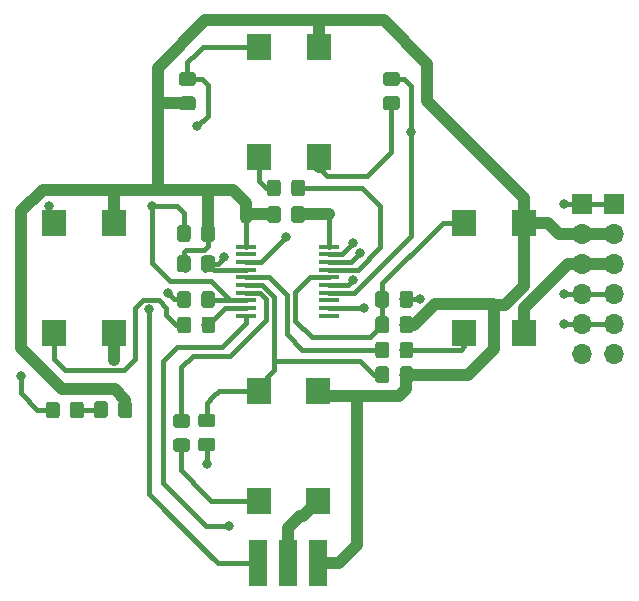
<source format=gtl>
G04 #@! TF.GenerationSoftware,KiCad,Pcbnew,(5.1.4)-1*
G04 #@! TF.CreationDate,2019-11-25T22:33:41+01:00*
G04 #@! TF.ProjectId,STEM,5354454d-2e6b-4696-9361-645f70636258,A*
G04 #@! TF.SameCoordinates,Original*
G04 #@! TF.FileFunction,Copper,L1,Top*
G04 #@! TF.FilePolarity,Positive*
%FSLAX46Y46*%
G04 Gerber Fmt 4.6, Leading zero omitted, Abs format (unit mm)*
G04 Created by KiCad (PCBNEW (5.1.4)-1) date 2019-11-25 22:33:41*
%MOMM*%
%LPD*%
G04 APERTURE LIST*
%ADD10O,1.700000X1.700000*%
%ADD11R,1.700000X1.700000*%
%ADD12R,2.025000X2.275000*%
%ADD13R,1.524000X4.000000*%
%ADD14C,0.100000*%
%ADD15C,1.150000*%
%ADD16R,1.800000X0.450000*%
%ADD17C,0.800000*%
%ADD18C,0.400000*%
%ADD19C,1.000000*%
G04 APERTURE END LIST*
D10*
X147420000Y-121448000D03*
X147420000Y-118908000D03*
X147420000Y-116368000D03*
X147420000Y-113828000D03*
X147420000Y-111288000D03*
D11*
X147420000Y-108748000D03*
D12*
X102663000Y-119666800D03*
X107738000Y-110342800D03*
X107738000Y-119666800D03*
X102663000Y-110342800D03*
X120001000Y-133874400D03*
X125076000Y-124550400D03*
X125076000Y-133874400D03*
X120001000Y-124550400D03*
X137426000Y-119672000D03*
X142501000Y-110348000D03*
X142501000Y-119672000D03*
X137426000Y-110348000D03*
X120025000Y-104776800D03*
X125100000Y-95452800D03*
X125100000Y-104776800D03*
X120025000Y-95452800D03*
D13*
X119960000Y-139158000D03*
X122500000Y-139158000D03*
X125040000Y-139158000D03*
D14*
G36*
X116087465Y-116135464D02*
G01*
X116111733Y-116139064D01*
X116135532Y-116145025D01*
X116158631Y-116153290D01*
X116180810Y-116163780D01*
X116201853Y-116176392D01*
X116221559Y-116191007D01*
X116239737Y-116207483D01*
X116256213Y-116225661D01*
X116270828Y-116245367D01*
X116283440Y-116266410D01*
X116293930Y-116288589D01*
X116302195Y-116311688D01*
X116308156Y-116335487D01*
X116311756Y-116359755D01*
X116312960Y-116384259D01*
X116312960Y-117284261D01*
X116311756Y-117308765D01*
X116308156Y-117333033D01*
X116302195Y-117356832D01*
X116293930Y-117379931D01*
X116283440Y-117402110D01*
X116270828Y-117423153D01*
X116256213Y-117442859D01*
X116239737Y-117461037D01*
X116221559Y-117477513D01*
X116201853Y-117492128D01*
X116180810Y-117504740D01*
X116158631Y-117515230D01*
X116135532Y-117523495D01*
X116111733Y-117529456D01*
X116087465Y-117533056D01*
X116062961Y-117534260D01*
X115412959Y-117534260D01*
X115388455Y-117533056D01*
X115364187Y-117529456D01*
X115340388Y-117523495D01*
X115317289Y-117515230D01*
X115295110Y-117504740D01*
X115274067Y-117492128D01*
X115254361Y-117477513D01*
X115236183Y-117461037D01*
X115219707Y-117442859D01*
X115205092Y-117423153D01*
X115192480Y-117402110D01*
X115181990Y-117379931D01*
X115173725Y-117356832D01*
X115167764Y-117333033D01*
X115164164Y-117308765D01*
X115162960Y-117284261D01*
X115162960Y-116384259D01*
X115164164Y-116359755D01*
X115167764Y-116335487D01*
X115173725Y-116311688D01*
X115181990Y-116288589D01*
X115192480Y-116266410D01*
X115205092Y-116245367D01*
X115219707Y-116225661D01*
X115236183Y-116207483D01*
X115254361Y-116191007D01*
X115274067Y-116176392D01*
X115295110Y-116163780D01*
X115317289Y-116153290D01*
X115340388Y-116145025D01*
X115364187Y-116139064D01*
X115388455Y-116135464D01*
X115412959Y-116134260D01*
X116062961Y-116134260D01*
X116087465Y-116135464D01*
X116087465Y-116135464D01*
G37*
D15*
X115737960Y-116834260D03*
D14*
G36*
X114037465Y-116135464D02*
G01*
X114061733Y-116139064D01*
X114085532Y-116145025D01*
X114108631Y-116153290D01*
X114130810Y-116163780D01*
X114151853Y-116176392D01*
X114171559Y-116191007D01*
X114189737Y-116207483D01*
X114206213Y-116225661D01*
X114220828Y-116245367D01*
X114233440Y-116266410D01*
X114243930Y-116288589D01*
X114252195Y-116311688D01*
X114258156Y-116335487D01*
X114261756Y-116359755D01*
X114262960Y-116384259D01*
X114262960Y-117284261D01*
X114261756Y-117308765D01*
X114258156Y-117333033D01*
X114252195Y-117356832D01*
X114243930Y-117379931D01*
X114233440Y-117402110D01*
X114220828Y-117423153D01*
X114206213Y-117442859D01*
X114189737Y-117461037D01*
X114171559Y-117477513D01*
X114151853Y-117492128D01*
X114130810Y-117504740D01*
X114108631Y-117515230D01*
X114085532Y-117523495D01*
X114061733Y-117529456D01*
X114037465Y-117533056D01*
X114012961Y-117534260D01*
X113362959Y-117534260D01*
X113338455Y-117533056D01*
X113314187Y-117529456D01*
X113290388Y-117523495D01*
X113267289Y-117515230D01*
X113245110Y-117504740D01*
X113224067Y-117492128D01*
X113204361Y-117477513D01*
X113186183Y-117461037D01*
X113169707Y-117442859D01*
X113155092Y-117423153D01*
X113142480Y-117402110D01*
X113131990Y-117379931D01*
X113123725Y-117356832D01*
X113117764Y-117333033D01*
X113114164Y-117308765D01*
X113112960Y-117284261D01*
X113112960Y-116384259D01*
X113114164Y-116359755D01*
X113117764Y-116335487D01*
X113123725Y-116311688D01*
X113131990Y-116288589D01*
X113142480Y-116266410D01*
X113155092Y-116245367D01*
X113169707Y-116225661D01*
X113186183Y-116207483D01*
X113204361Y-116191007D01*
X113224067Y-116176392D01*
X113245110Y-116163780D01*
X113267289Y-116153290D01*
X113290388Y-116145025D01*
X113314187Y-116139064D01*
X113338455Y-116135464D01*
X113362959Y-116134260D01*
X114012961Y-116134260D01*
X114037465Y-116135464D01*
X114037465Y-116135464D01*
G37*
D15*
X113687960Y-116834260D03*
D14*
G36*
X116079005Y-126505444D02*
G01*
X116103273Y-126509044D01*
X116127072Y-126515005D01*
X116150171Y-126523270D01*
X116172350Y-126533760D01*
X116193393Y-126546372D01*
X116213099Y-126560987D01*
X116231277Y-126577463D01*
X116247753Y-126595641D01*
X116262368Y-126615347D01*
X116274980Y-126636390D01*
X116285470Y-126658569D01*
X116293735Y-126681668D01*
X116299696Y-126705467D01*
X116303296Y-126729735D01*
X116304500Y-126754239D01*
X116304500Y-127404241D01*
X116303296Y-127428745D01*
X116299696Y-127453013D01*
X116293735Y-127476812D01*
X116285470Y-127499911D01*
X116274980Y-127522090D01*
X116262368Y-127543133D01*
X116247753Y-127562839D01*
X116231277Y-127581017D01*
X116213099Y-127597493D01*
X116193393Y-127612108D01*
X116172350Y-127624720D01*
X116150171Y-127635210D01*
X116127072Y-127643475D01*
X116103273Y-127649436D01*
X116079005Y-127653036D01*
X116054501Y-127654240D01*
X115154499Y-127654240D01*
X115129995Y-127653036D01*
X115105727Y-127649436D01*
X115081928Y-127643475D01*
X115058829Y-127635210D01*
X115036650Y-127624720D01*
X115015607Y-127612108D01*
X114995901Y-127597493D01*
X114977723Y-127581017D01*
X114961247Y-127562839D01*
X114946632Y-127543133D01*
X114934020Y-127522090D01*
X114923530Y-127499911D01*
X114915265Y-127476812D01*
X114909304Y-127453013D01*
X114905704Y-127428745D01*
X114904500Y-127404241D01*
X114904500Y-126754239D01*
X114905704Y-126729735D01*
X114909304Y-126705467D01*
X114915265Y-126681668D01*
X114923530Y-126658569D01*
X114934020Y-126636390D01*
X114946632Y-126615347D01*
X114961247Y-126595641D01*
X114977723Y-126577463D01*
X114995901Y-126560987D01*
X115015607Y-126546372D01*
X115036650Y-126533760D01*
X115058829Y-126523270D01*
X115081928Y-126515005D01*
X115105727Y-126509044D01*
X115129995Y-126505444D01*
X115154499Y-126504240D01*
X116054501Y-126504240D01*
X116079005Y-126505444D01*
X116079005Y-126505444D01*
G37*
D15*
X115604500Y-127079240D03*
D14*
G36*
X116079005Y-128555444D02*
G01*
X116103273Y-128559044D01*
X116127072Y-128565005D01*
X116150171Y-128573270D01*
X116172350Y-128583760D01*
X116193393Y-128596372D01*
X116213099Y-128610987D01*
X116231277Y-128627463D01*
X116247753Y-128645641D01*
X116262368Y-128665347D01*
X116274980Y-128686390D01*
X116285470Y-128708569D01*
X116293735Y-128731668D01*
X116299696Y-128755467D01*
X116303296Y-128779735D01*
X116304500Y-128804239D01*
X116304500Y-129454241D01*
X116303296Y-129478745D01*
X116299696Y-129503013D01*
X116293735Y-129526812D01*
X116285470Y-129549911D01*
X116274980Y-129572090D01*
X116262368Y-129593133D01*
X116247753Y-129612839D01*
X116231277Y-129631017D01*
X116213099Y-129647493D01*
X116193393Y-129662108D01*
X116172350Y-129674720D01*
X116150171Y-129685210D01*
X116127072Y-129693475D01*
X116103273Y-129699436D01*
X116079005Y-129703036D01*
X116054501Y-129704240D01*
X115154499Y-129704240D01*
X115129995Y-129703036D01*
X115105727Y-129699436D01*
X115081928Y-129693475D01*
X115058829Y-129685210D01*
X115036650Y-129674720D01*
X115015607Y-129662108D01*
X114995901Y-129647493D01*
X114977723Y-129631017D01*
X114961247Y-129612839D01*
X114946632Y-129593133D01*
X114934020Y-129572090D01*
X114923530Y-129549911D01*
X114915265Y-129526812D01*
X114909304Y-129503013D01*
X114905704Y-129478745D01*
X114904500Y-129454241D01*
X114904500Y-128804239D01*
X114905704Y-128779735D01*
X114909304Y-128755467D01*
X114915265Y-128731668D01*
X114923530Y-128708569D01*
X114934020Y-128686390D01*
X114946632Y-128665347D01*
X114961247Y-128645641D01*
X114977723Y-128627463D01*
X114995901Y-128610987D01*
X115015607Y-128596372D01*
X115036650Y-128583760D01*
X115058829Y-128573270D01*
X115081928Y-128565005D01*
X115105727Y-128559044D01*
X115129995Y-128555444D01*
X115154499Y-128554240D01*
X116054501Y-128554240D01*
X116079005Y-128555444D01*
X116079005Y-128555444D01*
G37*
D15*
X115604500Y-129129240D03*
D14*
G36*
X130812785Y-116125304D02*
G01*
X130837053Y-116128904D01*
X130860852Y-116134865D01*
X130883951Y-116143130D01*
X130906130Y-116153620D01*
X130927173Y-116166232D01*
X130946879Y-116180847D01*
X130965057Y-116197323D01*
X130981533Y-116215501D01*
X130996148Y-116235207D01*
X131008760Y-116256250D01*
X131019250Y-116278429D01*
X131027515Y-116301528D01*
X131033476Y-116325327D01*
X131037076Y-116349595D01*
X131038280Y-116374099D01*
X131038280Y-117274101D01*
X131037076Y-117298605D01*
X131033476Y-117322873D01*
X131027515Y-117346672D01*
X131019250Y-117369771D01*
X131008760Y-117391950D01*
X130996148Y-117412993D01*
X130981533Y-117432699D01*
X130965057Y-117450877D01*
X130946879Y-117467353D01*
X130927173Y-117481968D01*
X130906130Y-117494580D01*
X130883951Y-117505070D01*
X130860852Y-117513335D01*
X130837053Y-117519296D01*
X130812785Y-117522896D01*
X130788281Y-117524100D01*
X130138279Y-117524100D01*
X130113775Y-117522896D01*
X130089507Y-117519296D01*
X130065708Y-117513335D01*
X130042609Y-117505070D01*
X130020430Y-117494580D01*
X129999387Y-117481968D01*
X129979681Y-117467353D01*
X129961503Y-117450877D01*
X129945027Y-117432699D01*
X129930412Y-117412993D01*
X129917800Y-117391950D01*
X129907310Y-117369771D01*
X129899045Y-117346672D01*
X129893084Y-117322873D01*
X129889484Y-117298605D01*
X129888280Y-117274101D01*
X129888280Y-116374099D01*
X129889484Y-116349595D01*
X129893084Y-116325327D01*
X129899045Y-116301528D01*
X129907310Y-116278429D01*
X129917800Y-116256250D01*
X129930412Y-116235207D01*
X129945027Y-116215501D01*
X129961503Y-116197323D01*
X129979681Y-116180847D01*
X129999387Y-116166232D01*
X130020430Y-116153620D01*
X130042609Y-116143130D01*
X130065708Y-116134865D01*
X130089507Y-116128904D01*
X130113775Y-116125304D01*
X130138279Y-116124100D01*
X130788281Y-116124100D01*
X130812785Y-116125304D01*
X130812785Y-116125304D01*
G37*
D15*
X130463280Y-116824100D03*
D14*
G36*
X132862785Y-116125304D02*
G01*
X132887053Y-116128904D01*
X132910852Y-116134865D01*
X132933951Y-116143130D01*
X132956130Y-116153620D01*
X132977173Y-116166232D01*
X132996879Y-116180847D01*
X133015057Y-116197323D01*
X133031533Y-116215501D01*
X133046148Y-116235207D01*
X133058760Y-116256250D01*
X133069250Y-116278429D01*
X133077515Y-116301528D01*
X133083476Y-116325327D01*
X133087076Y-116349595D01*
X133088280Y-116374099D01*
X133088280Y-117274101D01*
X133087076Y-117298605D01*
X133083476Y-117322873D01*
X133077515Y-117346672D01*
X133069250Y-117369771D01*
X133058760Y-117391950D01*
X133046148Y-117412993D01*
X133031533Y-117432699D01*
X133015057Y-117450877D01*
X132996879Y-117467353D01*
X132977173Y-117481968D01*
X132956130Y-117494580D01*
X132933951Y-117505070D01*
X132910852Y-117513335D01*
X132887053Y-117519296D01*
X132862785Y-117522896D01*
X132838281Y-117524100D01*
X132188279Y-117524100D01*
X132163775Y-117522896D01*
X132139507Y-117519296D01*
X132115708Y-117513335D01*
X132092609Y-117505070D01*
X132070430Y-117494580D01*
X132049387Y-117481968D01*
X132029681Y-117467353D01*
X132011503Y-117450877D01*
X131995027Y-117432699D01*
X131980412Y-117412993D01*
X131967800Y-117391950D01*
X131957310Y-117369771D01*
X131949045Y-117346672D01*
X131943084Y-117322873D01*
X131939484Y-117298605D01*
X131938280Y-117274101D01*
X131938280Y-116374099D01*
X131939484Y-116349595D01*
X131943084Y-116325327D01*
X131949045Y-116301528D01*
X131957310Y-116278429D01*
X131967800Y-116256250D01*
X131980412Y-116235207D01*
X131995027Y-116215501D01*
X132011503Y-116197323D01*
X132029681Y-116180847D01*
X132049387Y-116166232D01*
X132070430Y-116153620D01*
X132092609Y-116143130D01*
X132115708Y-116134865D01*
X132139507Y-116128904D01*
X132163775Y-116125304D01*
X132188279Y-116124100D01*
X132838281Y-116124100D01*
X132862785Y-116125304D01*
X132862785Y-116125304D01*
G37*
D15*
X132513280Y-116824100D03*
D14*
G36*
X131720325Y-97590084D02*
G01*
X131744593Y-97593684D01*
X131768392Y-97599645D01*
X131791491Y-97607910D01*
X131813670Y-97618400D01*
X131834713Y-97631012D01*
X131854419Y-97645627D01*
X131872597Y-97662103D01*
X131889073Y-97680281D01*
X131903688Y-97699987D01*
X131916300Y-97721030D01*
X131926790Y-97743209D01*
X131935055Y-97766308D01*
X131941016Y-97790107D01*
X131944616Y-97814375D01*
X131945820Y-97838879D01*
X131945820Y-98488881D01*
X131944616Y-98513385D01*
X131941016Y-98537653D01*
X131935055Y-98561452D01*
X131926790Y-98584551D01*
X131916300Y-98606730D01*
X131903688Y-98627773D01*
X131889073Y-98647479D01*
X131872597Y-98665657D01*
X131854419Y-98682133D01*
X131834713Y-98696748D01*
X131813670Y-98709360D01*
X131791491Y-98719850D01*
X131768392Y-98728115D01*
X131744593Y-98734076D01*
X131720325Y-98737676D01*
X131695821Y-98738880D01*
X130795819Y-98738880D01*
X130771315Y-98737676D01*
X130747047Y-98734076D01*
X130723248Y-98728115D01*
X130700149Y-98719850D01*
X130677970Y-98709360D01*
X130656927Y-98696748D01*
X130637221Y-98682133D01*
X130619043Y-98665657D01*
X130602567Y-98647479D01*
X130587952Y-98627773D01*
X130575340Y-98606730D01*
X130564850Y-98584551D01*
X130556585Y-98561452D01*
X130550624Y-98537653D01*
X130547024Y-98513385D01*
X130545820Y-98488881D01*
X130545820Y-97838879D01*
X130547024Y-97814375D01*
X130550624Y-97790107D01*
X130556585Y-97766308D01*
X130564850Y-97743209D01*
X130575340Y-97721030D01*
X130587952Y-97699987D01*
X130602567Y-97680281D01*
X130619043Y-97662103D01*
X130637221Y-97645627D01*
X130656927Y-97631012D01*
X130677970Y-97618400D01*
X130700149Y-97607910D01*
X130723248Y-97599645D01*
X130747047Y-97593684D01*
X130771315Y-97590084D01*
X130795819Y-97588880D01*
X131695821Y-97588880D01*
X131720325Y-97590084D01*
X131720325Y-97590084D01*
G37*
D15*
X131245820Y-98163880D03*
D14*
G36*
X131720325Y-99640084D02*
G01*
X131744593Y-99643684D01*
X131768392Y-99649645D01*
X131791491Y-99657910D01*
X131813670Y-99668400D01*
X131834713Y-99681012D01*
X131854419Y-99695627D01*
X131872597Y-99712103D01*
X131889073Y-99730281D01*
X131903688Y-99749987D01*
X131916300Y-99771030D01*
X131926790Y-99793209D01*
X131935055Y-99816308D01*
X131941016Y-99840107D01*
X131944616Y-99864375D01*
X131945820Y-99888879D01*
X131945820Y-100538881D01*
X131944616Y-100563385D01*
X131941016Y-100587653D01*
X131935055Y-100611452D01*
X131926790Y-100634551D01*
X131916300Y-100656730D01*
X131903688Y-100677773D01*
X131889073Y-100697479D01*
X131872597Y-100715657D01*
X131854419Y-100732133D01*
X131834713Y-100746748D01*
X131813670Y-100759360D01*
X131791491Y-100769850D01*
X131768392Y-100778115D01*
X131744593Y-100784076D01*
X131720325Y-100787676D01*
X131695821Y-100788880D01*
X130795819Y-100788880D01*
X130771315Y-100787676D01*
X130747047Y-100784076D01*
X130723248Y-100778115D01*
X130700149Y-100769850D01*
X130677970Y-100759360D01*
X130656927Y-100746748D01*
X130637221Y-100732133D01*
X130619043Y-100715657D01*
X130602567Y-100697479D01*
X130587952Y-100677773D01*
X130575340Y-100656730D01*
X130564850Y-100634551D01*
X130556585Y-100611452D01*
X130550624Y-100587653D01*
X130547024Y-100563385D01*
X130545820Y-100538881D01*
X130545820Y-99888879D01*
X130547024Y-99864375D01*
X130550624Y-99840107D01*
X130556585Y-99816308D01*
X130564850Y-99793209D01*
X130575340Y-99771030D01*
X130587952Y-99749987D01*
X130602567Y-99730281D01*
X130619043Y-99712103D01*
X130637221Y-99695627D01*
X130656927Y-99681012D01*
X130677970Y-99668400D01*
X130700149Y-99657910D01*
X130723248Y-99649645D01*
X130747047Y-99643684D01*
X130771315Y-99640084D01*
X130795819Y-99638880D01*
X131695821Y-99638880D01*
X131720325Y-99640084D01*
X131720325Y-99640084D01*
G37*
D15*
X131245820Y-100213880D03*
D14*
G36*
X104974505Y-125499204D02*
G01*
X104998773Y-125502804D01*
X105022572Y-125508765D01*
X105045671Y-125517030D01*
X105067850Y-125527520D01*
X105088893Y-125540132D01*
X105108599Y-125554747D01*
X105126777Y-125571223D01*
X105143253Y-125589401D01*
X105157868Y-125609107D01*
X105170480Y-125630150D01*
X105180970Y-125652329D01*
X105189235Y-125675428D01*
X105195196Y-125699227D01*
X105198796Y-125723495D01*
X105200000Y-125747999D01*
X105200000Y-126648001D01*
X105198796Y-126672505D01*
X105195196Y-126696773D01*
X105189235Y-126720572D01*
X105180970Y-126743671D01*
X105170480Y-126765850D01*
X105157868Y-126786893D01*
X105143253Y-126806599D01*
X105126777Y-126824777D01*
X105108599Y-126841253D01*
X105088893Y-126855868D01*
X105067850Y-126868480D01*
X105045671Y-126878970D01*
X105022572Y-126887235D01*
X104998773Y-126893196D01*
X104974505Y-126896796D01*
X104950001Y-126898000D01*
X104299999Y-126898000D01*
X104275495Y-126896796D01*
X104251227Y-126893196D01*
X104227428Y-126887235D01*
X104204329Y-126878970D01*
X104182150Y-126868480D01*
X104161107Y-126855868D01*
X104141401Y-126841253D01*
X104123223Y-126824777D01*
X104106747Y-126806599D01*
X104092132Y-126786893D01*
X104079520Y-126765850D01*
X104069030Y-126743671D01*
X104060765Y-126720572D01*
X104054804Y-126696773D01*
X104051204Y-126672505D01*
X104050000Y-126648001D01*
X104050000Y-125747999D01*
X104051204Y-125723495D01*
X104054804Y-125699227D01*
X104060765Y-125675428D01*
X104069030Y-125652329D01*
X104079520Y-125630150D01*
X104092132Y-125609107D01*
X104106747Y-125589401D01*
X104123223Y-125571223D01*
X104141401Y-125554747D01*
X104161107Y-125540132D01*
X104182150Y-125527520D01*
X104204329Y-125517030D01*
X104227428Y-125508765D01*
X104251227Y-125502804D01*
X104275495Y-125499204D01*
X104299999Y-125498000D01*
X104950001Y-125498000D01*
X104974505Y-125499204D01*
X104974505Y-125499204D01*
G37*
D15*
X104625000Y-126198000D03*
D14*
G36*
X102924505Y-125499204D02*
G01*
X102948773Y-125502804D01*
X102972572Y-125508765D01*
X102995671Y-125517030D01*
X103017850Y-125527520D01*
X103038893Y-125540132D01*
X103058599Y-125554747D01*
X103076777Y-125571223D01*
X103093253Y-125589401D01*
X103107868Y-125609107D01*
X103120480Y-125630150D01*
X103130970Y-125652329D01*
X103139235Y-125675428D01*
X103145196Y-125699227D01*
X103148796Y-125723495D01*
X103150000Y-125747999D01*
X103150000Y-126648001D01*
X103148796Y-126672505D01*
X103145196Y-126696773D01*
X103139235Y-126720572D01*
X103130970Y-126743671D01*
X103120480Y-126765850D01*
X103107868Y-126786893D01*
X103093253Y-126806599D01*
X103076777Y-126824777D01*
X103058599Y-126841253D01*
X103038893Y-126855868D01*
X103017850Y-126868480D01*
X102995671Y-126878970D01*
X102972572Y-126887235D01*
X102948773Y-126893196D01*
X102924505Y-126896796D01*
X102900001Y-126898000D01*
X102249999Y-126898000D01*
X102225495Y-126896796D01*
X102201227Y-126893196D01*
X102177428Y-126887235D01*
X102154329Y-126878970D01*
X102132150Y-126868480D01*
X102111107Y-126855868D01*
X102091401Y-126841253D01*
X102073223Y-126824777D01*
X102056747Y-126806599D01*
X102042132Y-126786893D01*
X102029520Y-126765850D01*
X102019030Y-126743671D01*
X102010765Y-126720572D01*
X102004804Y-126696773D01*
X102001204Y-126672505D01*
X102000000Y-126648001D01*
X102000000Y-125747999D01*
X102001204Y-125723495D01*
X102004804Y-125699227D01*
X102010765Y-125675428D01*
X102019030Y-125652329D01*
X102029520Y-125630150D01*
X102042132Y-125609107D01*
X102056747Y-125589401D01*
X102073223Y-125571223D01*
X102091401Y-125554747D01*
X102111107Y-125540132D01*
X102132150Y-125527520D01*
X102154329Y-125517030D01*
X102177428Y-125508765D01*
X102201227Y-125502804D01*
X102225495Y-125499204D01*
X102249999Y-125498000D01*
X102900001Y-125498000D01*
X102924505Y-125499204D01*
X102924505Y-125499204D01*
G37*
D15*
X102575000Y-126198000D03*
D14*
G36*
X109054505Y-125469204D02*
G01*
X109078773Y-125472804D01*
X109102572Y-125478765D01*
X109125671Y-125487030D01*
X109147850Y-125497520D01*
X109168893Y-125510132D01*
X109188599Y-125524747D01*
X109206777Y-125541223D01*
X109223253Y-125559401D01*
X109237868Y-125579107D01*
X109250480Y-125600150D01*
X109260970Y-125622329D01*
X109269235Y-125645428D01*
X109275196Y-125669227D01*
X109278796Y-125693495D01*
X109280000Y-125717999D01*
X109280000Y-126618001D01*
X109278796Y-126642505D01*
X109275196Y-126666773D01*
X109269235Y-126690572D01*
X109260970Y-126713671D01*
X109250480Y-126735850D01*
X109237868Y-126756893D01*
X109223253Y-126776599D01*
X109206777Y-126794777D01*
X109188599Y-126811253D01*
X109168893Y-126825868D01*
X109147850Y-126838480D01*
X109125671Y-126848970D01*
X109102572Y-126857235D01*
X109078773Y-126863196D01*
X109054505Y-126866796D01*
X109030001Y-126868000D01*
X108379999Y-126868000D01*
X108355495Y-126866796D01*
X108331227Y-126863196D01*
X108307428Y-126857235D01*
X108284329Y-126848970D01*
X108262150Y-126838480D01*
X108241107Y-126825868D01*
X108221401Y-126811253D01*
X108203223Y-126794777D01*
X108186747Y-126776599D01*
X108172132Y-126756893D01*
X108159520Y-126735850D01*
X108149030Y-126713671D01*
X108140765Y-126690572D01*
X108134804Y-126666773D01*
X108131204Y-126642505D01*
X108130000Y-126618001D01*
X108130000Y-125717999D01*
X108131204Y-125693495D01*
X108134804Y-125669227D01*
X108140765Y-125645428D01*
X108149030Y-125622329D01*
X108159520Y-125600150D01*
X108172132Y-125579107D01*
X108186747Y-125559401D01*
X108203223Y-125541223D01*
X108221401Y-125524747D01*
X108241107Y-125510132D01*
X108262150Y-125497520D01*
X108284329Y-125487030D01*
X108307428Y-125478765D01*
X108331227Y-125472804D01*
X108355495Y-125469204D01*
X108379999Y-125468000D01*
X109030001Y-125468000D01*
X109054505Y-125469204D01*
X109054505Y-125469204D01*
G37*
D15*
X108705000Y-126168000D03*
D14*
G36*
X107004505Y-125469204D02*
G01*
X107028773Y-125472804D01*
X107052572Y-125478765D01*
X107075671Y-125487030D01*
X107097850Y-125497520D01*
X107118893Y-125510132D01*
X107138599Y-125524747D01*
X107156777Y-125541223D01*
X107173253Y-125559401D01*
X107187868Y-125579107D01*
X107200480Y-125600150D01*
X107210970Y-125622329D01*
X107219235Y-125645428D01*
X107225196Y-125669227D01*
X107228796Y-125693495D01*
X107230000Y-125717999D01*
X107230000Y-126618001D01*
X107228796Y-126642505D01*
X107225196Y-126666773D01*
X107219235Y-126690572D01*
X107210970Y-126713671D01*
X107200480Y-126735850D01*
X107187868Y-126756893D01*
X107173253Y-126776599D01*
X107156777Y-126794777D01*
X107138599Y-126811253D01*
X107118893Y-126825868D01*
X107097850Y-126838480D01*
X107075671Y-126848970D01*
X107052572Y-126857235D01*
X107028773Y-126863196D01*
X107004505Y-126866796D01*
X106980001Y-126868000D01*
X106329999Y-126868000D01*
X106305495Y-126866796D01*
X106281227Y-126863196D01*
X106257428Y-126857235D01*
X106234329Y-126848970D01*
X106212150Y-126838480D01*
X106191107Y-126825868D01*
X106171401Y-126811253D01*
X106153223Y-126794777D01*
X106136747Y-126776599D01*
X106122132Y-126756893D01*
X106109520Y-126735850D01*
X106099030Y-126713671D01*
X106090765Y-126690572D01*
X106084804Y-126666773D01*
X106081204Y-126642505D01*
X106080000Y-126618001D01*
X106080000Y-125717999D01*
X106081204Y-125693495D01*
X106084804Y-125669227D01*
X106090765Y-125645428D01*
X106099030Y-125622329D01*
X106109520Y-125600150D01*
X106122132Y-125579107D01*
X106136747Y-125559401D01*
X106153223Y-125541223D01*
X106171401Y-125524747D01*
X106191107Y-125510132D01*
X106212150Y-125497520D01*
X106234329Y-125487030D01*
X106257428Y-125478765D01*
X106281227Y-125472804D01*
X106305495Y-125469204D01*
X106329999Y-125468000D01*
X106980001Y-125468000D01*
X107004505Y-125469204D01*
X107004505Y-125469204D01*
G37*
D15*
X106655000Y-126168000D03*
D14*
G36*
X114049505Y-118289604D02*
G01*
X114073773Y-118293204D01*
X114097572Y-118299165D01*
X114120671Y-118307430D01*
X114142850Y-118317920D01*
X114163893Y-118330532D01*
X114183599Y-118345147D01*
X114201777Y-118361623D01*
X114218253Y-118379801D01*
X114232868Y-118399507D01*
X114245480Y-118420550D01*
X114255970Y-118442729D01*
X114264235Y-118465828D01*
X114270196Y-118489627D01*
X114273796Y-118513895D01*
X114275000Y-118538399D01*
X114275000Y-119438401D01*
X114273796Y-119462905D01*
X114270196Y-119487173D01*
X114264235Y-119510972D01*
X114255970Y-119534071D01*
X114245480Y-119556250D01*
X114232868Y-119577293D01*
X114218253Y-119596999D01*
X114201777Y-119615177D01*
X114183599Y-119631653D01*
X114163893Y-119646268D01*
X114142850Y-119658880D01*
X114120671Y-119669370D01*
X114097572Y-119677635D01*
X114073773Y-119683596D01*
X114049505Y-119687196D01*
X114025001Y-119688400D01*
X113374999Y-119688400D01*
X113350495Y-119687196D01*
X113326227Y-119683596D01*
X113302428Y-119677635D01*
X113279329Y-119669370D01*
X113257150Y-119658880D01*
X113236107Y-119646268D01*
X113216401Y-119631653D01*
X113198223Y-119615177D01*
X113181747Y-119596999D01*
X113167132Y-119577293D01*
X113154520Y-119556250D01*
X113144030Y-119534071D01*
X113135765Y-119510972D01*
X113129804Y-119487173D01*
X113126204Y-119462905D01*
X113125000Y-119438401D01*
X113125000Y-118538399D01*
X113126204Y-118513895D01*
X113129804Y-118489627D01*
X113135765Y-118465828D01*
X113144030Y-118442729D01*
X113154520Y-118420550D01*
X113167132Y-118399507D01*
X113181747Y-118379801D01*
X113198223Y-118361623D01*
X113216401Y-118345147D01*
X113236107Y-118330532D01*
X113257150Y-118317920D01*
X113279329Y-118307430D01*
X113302428Y-118299165D01*
X113326227Y-118293204D01*
X113350495Y-118289604D01*
X113374999Y-118288400D01*
X114025001Y-118288400D01*
X114049505Y-118289604D01*
X114049505Y-118289604D01*
G37*
D15*
X113700000Y-118988400D03*
D14*
G36*
X116099505Y-118289604D02*
G01*
X116123773Y-118293204D01*
X116147572Y-118299165D01*
X116170671Y-118307430D01*
X116192850Y-118317920D01*
X116213893Y-118330532D01*
X116233599Y-118345147D01*
X116251777Y-118361623D01*
X116268253Y-118379801D01*
X116282868Y-118399507D01*
X116295480Y-118420550D01*
X116305970Y-118442729D01*
X116314235Y-118465828D01*
X116320196Y-118489627D01*
X116323796Y-118513895D01*
X116325000Y-118538399D01*
X116325000Y-119438401D01*
X116323796Y-119462905D01*
X116320196Y-119487173D01*
X116314235Y-119510972D01*
X116305970Y-119534071D01*
X116295480Y-119556250D01*
X116282868Y-119577293D01*
X116268253Y-119596999D01*
X116251777Y-119615177D01*
X116233599Y-119631653D01*
X116213893Y-119646268D01*
X116192850Y-119658880D01*
X116170671Y-119669370D01*
X116147572Y-119677635D01*
X116123773Y-119683596D01*
X116099505Y-119687196D01*
X116075001Y-119688400D01*
X115424999Y-119688400D01*
X115400495Y-119687196D01*
X115376227Y-119683596D01*
X115352428Y-119677635D01*
X115329329Y-119669370D01*
X115307150Y-119658880D01*
X115286107Y-119646268D01*
X115266401Y-119631653D01*
X115248223Y-119615177D01*
X115231747Y-119596999D01*
X115217132Y-119577293D01*
X115204520Y-119556250D01*
X115194030Y-119534071D01*
X115185765Y-119510972D01*
X115179804Y-119487173D01*
X115176204Y-119462905D01*
X115175000Y-119438401D01*
X115175000Y-118538399D01*
X115176204Y-118513895D01*
X115179804Y-118489627D01*
X115185765Y-118465828D01*
X115194030Y-118442729D01*
X115204520Y-118420550D01*
X115217132Y-118399507D01*
X115231747Y-118379801D01*
X115248223Y-118361623D01*
X115266401Y-118345147D01*
X115286107Y-118330532D01*
X115307150Y-118317920D01*
X115329329Y-118307430D01*
X115352428Y-118299165D01*
X115376227Y-118293204D01*
X115400495Y-118289604D01*
X115424999Y-118288400D01*
X116075001Y-118288400D01*
X116099505Y-118289604D01*
X116099505Y-118289604D01*
G37*
D15*
X115750000Y-118988400D03*
D14*
G36*
X114024505Y-110539204D02*
G01*
X114048773Y-110542804D01*
X114072572Y-110548765D01*
X114095671Y-110557030D01*
X114117850Y-110567520D01*
X114138893Y-110580132D01*
X114158599Y-110594747D01*
X114176777Y-110611223D01*
X114193253Y-110629401D01*
X114207868Y-110649107D01*
X114220480Y-110670150D01*
X114230970Y-110692329D01*
X114239235Y-110715428D01*
X114245196Y-110739227D01*
X114248796Y-110763495D01*
X114250000Y-110787999D01*
X114250000Y-111688001D01*
X114248796Y-111712505D01*
X114245196Y-111736773D01*
X114239235Y-111760572D01*
X114230970Y-111783671D01*
X114220480Y-111805850D01*
X114207868Y-111826893D01*
X114193253Y-111846599D01*
X114176777Y-111864777D01*
X114158599Y-111881253D01*
X114138893Y-111895868D01*
X114117850Y-111908480D01*
X114095671Y-111918970D01*
X114072572Y-111927235D01*
X114048773Y-111933196D01*
X114024505Y-111936796D01*
X114000001Y-111938000D01*
X113349999Y-111938000D01*
X113325495Y-111936796D01*
X113301227Y-111933196D01*
X113277428Y-111927235D01*
X113254329Y-111918970D01*
X113232150Y-111908480D01*
X113211107Y-111895868D01*
X113191401Y-111881253D01*
X113173223Y-111864777D01*
X113156747Y-111846599D01*
X113142132Y-111826893D01*
X113129520Y-111805850D01*
X113119030Y-111783671D01*
X113110765Y-111760572D01*
X113104804Y-111736773D01*
X113101204Y-111712505D01*
X113100000Y-111688001D01*
X113100000Y-110787999D01*
X113101204Y-110763495D01*
X113104804Y-110739227D01*
X113110765Y-110715428D01*
X113119030Y-110692329D01*
X113129520Y-110670150D01*
X113142132Y-110649107D01*
X113156747Y-110629401D01*
X113173223Y-110611223D01*
X113191401Y-110594747D01*
X113211107Y-110580132D01*
X113232150Y-110567520D01*
X113254329Y-110557030D01*
X113277428Y-110548765D01*
X113301227Y-110542804D01*
X113325495Y-110539204D01*
X113349999Y-110538000D01*
X114000001Y-110538000D01*
X114024505Y-110539204D01*
X114024505Y-110539204D01*
G37*
D15*
X113675000Y-111238000D03*
D14*
G36*
X116074505Y-110539204D02*
G01*
X116098773Y-110542804D01*
X116122572Y-110548765D01*
X116145671Y-110557030D01*
X116167850Y-110567520D01*
X116188893Y-110580132D01*
X116208599Y-110594747D01*
X116226777Y-110611223D01*
X116243253Y-110629401D01*
X116257868Y-110649107D01*
X116270480Y-110670150D01*
X116280970Y-110692329D01*
X116289235Y-110715428D01*
X116295196Y-110739227D01*
X116298796Y-110763495D01*
X116300000Y-110787999D01*
X116300000Y-111688001D01*
X116298796Y-111712505D01*
X116295196Y-111736773D01*
X116289235Y-111760572D01*
X116280970Y-111783671D01*
X116270480Y-111805850D01*
X116257868Y-111826893D01*
X116243253Y-111846599D01*
X116226777Y-111864777D01*
X116208599Y-111881253D01*
X116188893Y-111895868D01*
X116167850Y-111908480D01*
X116145671Y-111918970D01*
X116122572Y-111927235D01*
X116098773Y-111933196D01*
X116074505Y-111936796D01*
X116050001Y-111938000D01*
X115399999Y-111938000D01*
X115375495Y-111936796D01*
X115351227Y-111933196D01*
X115327428Y-111927235D01*
X115304329Y-111918970D01*
X115282150Y-111908480D01*
X115261107Y-111895868D01*
X115241401Y-111881253D01*
X115223223Y-111864777D01*
X115206747Y-111846599D01*
X115192132Y-111826893D01*
X115179520Y-111805850D01*
X115169030Y-111783671D01*
X115160765Y-111760572D01*
X115154804Y-111736773D01*
X115151204Y-111712505D01*
X115150000Y-111688001D01*
X115150000Y-110787999D01*
X115151204Y-110763495D01*
X115154804Y-110739227D01*
X115160765Y-110715428D01*
X115169030Y-110692329D01*
X115179520Y-110670150D01*
X115192132Y-110649107D01*
X115206747Y-110629401D01*
X115223223Y-110611223D01*
X115241401Y-110594747D01*
X115261107Y-110580132D01*
X115282150Y-110567520D01*
X115304329Y-110557030D01*
X115327428Y-110548765D01*
X115351227Y-110542804D01*
X115375495Y-110539204D01*
X115399999Y-110538000D01*
X116050001Y-110538000D01*
X116074505Y-110539204D01*
X116074505Y-110539204D01*
G37*
D15*
X115725000Y-111238000D03*
D14*
G36*
X113950485Y-128603704D02*
G01*
X113974753Y-128607304D01*
X113998552Y-128613265D01*
X114021651Y-128621530D01*
X114043830Y-128632020D01*
X114064873Y-128644632D01*
X114084579Y-128659247D01*
X114102757Y-128675723D01*
X114119233Y-128693901D01*
X114133848Y-128713607D01*
X114146460Y-128734650D01*
X114156950Y-128756829D01*
X114165215Y-128779928D01*
X114171176Y-128803727D01*
X114174776Y-128827995D01*
X114175980Y-128852499D01*
X114175980Y-129502501D01*
X114174776Y-129527005D01*
X114171176Y-129551273D01*
X114165215Y-129575072D01*
X114156950Y-129598171D01*
X114146460Y-129620350D01*
X114133848Y-129641393D01*
X114119233Y-129661099D01*
X114102757Y-129679277D01*
X114084579Y-129695753D01*
X114064873Y-129710368D01*
X114043830Y-129722980D01*
X114021651Y-129733470D01*
X113998552Y-129741735D01*
X113974753Y-129747696D01*
X113950485Y-129751296D01*
X113925981Y-129752500D01*
X113025979Y-129752500D01*
X113001475Y-129751296D01*
X112977207Y-129747696D01*
X112953408Y-129741735D01*
X112930309Y-129733470D01*
X112908130Y-129722980D01*
X112887087Y-129710368D01*
X112867381Y-129695753D01*
X112849203Y-129679277D01*
X112832727Y-129661099D01*
X112818112Y-129641393D01*
X112805500Y-129620350D01*
X112795010Y-129598171D01*
X112786745Y-129575072D01*
X112780784Y-129551273D01*
X112777184Y-129527005D01*
X112775980Y-129502501D01*
X112775980Y-128852499D01*
X112777184Y-128827995D01*
X112780784Y-128803727D01*
X112786745Y-128779928D01*
X112795010Y-128756829D01*
X112805500Y-128734650D01*
X112818112Y-128713607D01*
X112832727Y-128693901D01*
X112849203Y-128675723D01*
X112867381Y-128659247D01*
X112887087Y-128644632D01*
X112908130Y-128632020D01*
X112930309Y-128621530D01*
X112953408Y-128613265D01*
X112977207Y-128607304D01*
X113001475Y-128603704D01*
X113025979Y-128602500D01*
X113925981Y-128602500D01*
X113950485Y-128603704D01*
X113950485Y-128603704D01*
G37*
D15*
X113475980Y-129177500D03*
D14*
G36*
X113950485Y-126553704D02*
G01*
X113974753Y-126557304D01*
X113998552Y-126563265D01*
X114021651Y-126571530D01*
X114043830Y-126582020D01*
X114064873Y-126594632D01*
X114084579Y-126609247D01*
X114102757Y-126625723D01*
X114119233Y-126643901D01*
X114133848Y-126663607D01*
X114146460Y-126684650D01*
X114156950Y-126706829D01*
X114165215Y-126729928D01*
X114171176Y-126753727D01*
X114174776Y-126777995D01*
X114175980Y-126802499D01*
X114175980Y-127452501D01*
X114174776Y-127477005D01*
X114171176Y-127501273D01*
X114165215Y-127525072D01*
X114156950Y-127548171D01*
X114146460Y-127570350D01*
X114133848Y-127591393D01*
X114119233Y-127611099D01*
X114102757Y-127629277D01*
X114084579Y-127645753D01*
X114064873Y-127660368D01*
X114043830Y-127672980D01*
X114021651Y-127683470D01*
X113998552Y-127691735D01*
X113974753Y-127697696D01*
X113950485Y-127701296D01*
X113925981Y-127702500D01*
X113025979Y-127702500D01*
X113001475Y-127701296D01*
X112977207Y-127697696D01*
X112953408Y-127691735D01*
X112930309Y-127683470D01*
X112908130Y-127672980D01*
X112887087Y-127660368D01*
X112867381Y-127645753D01*
X112849203Y-127629277D01*
X112832727Y-127611099D01*
X112818112Y-127591393D01*
X112805500Y-127570350D01*
X112795010Y-127548171D01*
X112786745Y-127525072D01*
X112780784Y-127501273D01*
X112777184Y-127477005D01*
X112775980Y-127452501D01*
X112775980Y-126802499D01*
X112777184Y-126777995D01*
X112780784Y-126753727D01*
X112786745Y-126729928D01*
X112795010Y-126706829D01*
X112805500Y-126684650D01*
X112818112Y-126663607D01*
X112832727Y-126643901D01*
X112849203Y-126625723D01*
X112867381Y-126609247D01*
X112887087Y-126594632D01*
X112908130Y-126582020D01*
X112930309Y-126571530D01*
X112953408Y-126563265D01*
X112977207Y-126557304D01*
X113001475Y-126553704D01*
X113025979Y-126552500D01*
X113925981Y-126552500D01*
X113950485Y-126553704D01*
X113950485Y-126553704D01*
G37*
D15*
X113475980Y-127127500D03*
D14*
G36*
X130821785Y-122510864D02*
G01*
X130846053Y-122514464D01*
X130869852Y-122520425D01*
X130892951Y-122528690D01*
X130915130Y-122539180D01*
X130936173Y-122551792D01*
X130955879Y-122566407D01*
X130974057Y-122582883D01*
X130990533Y-122601061D01*
X131005148Y-122620767D01*
X131017760Y-122641810D01*
X131028250Y-122663989D01*
X131036515Y-122687088D01*
X131042476Y-122710887D01*
X131046076Y-122735155D01*
X131047280Y-122759659D01*
X131047280Y-123659661D01*
X131046076Y-123684165D01*
X131042476Y-123708433D01*
X131036515Y-123732232D01*
X131028250Y-123755331D01*
X131017760Y-123777510D01*
X131005148Y-123798553D01*
X130990533Y-123818259D01*
X130974057Y-123836437D01*
X130955879Y-123852913D01*
X130936173Y-123867528D01*
X130915130Y-123880140D01*
X130892951Y-123890630D01*
X130869852Y-123898895D01*
X130846053Y-123904856D01*
X130821785Y-123908456D01*
X130797281Y-123909660D01*
X130147279Y-123909660D01*
X130122775Y-123908456D01*
X130098507Y-123904856D01*
X130074708Y-123898895D01*
X130051609Y-123890630D01*
X130029430Y-123880140D01*
X130008387Y-123867528D01*
X129988681Y-123852913D01*
X129970503Y-123836437D01*
X129954027Y-123818259D01*
X129939412Y-123798553D01*
X129926800Y-123777510D01*
X129916310Y-123755331D01*
X129908045Y-123732232D01*
X129902084Y-123708433D01*
X129898484Y-123684165D01*
X129897280Y-123659661D01*
X129897280Y-122759659D01*
X129898484Y-122735155D01*
X129902084Y-122710887D01*
X129908045Y-122687088D01*
X129916310Y-122663989D01*
X129926800Y-122641810D01*
X129939412Y-122620767D01*
X129954027Y-122601061D01*
X129970503Y-122582883D01*
X129988681Y-122566407D01*
X130008387Y-122551792D01*
X130029430Y-122539180D01*
X130051609Y-122528690D01*
X130074708Y-122520425D01*
X130098507Y-122514464D01*
X130122775Y-122510864D01*
X130147279Y-122509660D01*
X130797281Y-122509660D01*
X130821785Y-122510864D01*
X130821785Y-122510864D01*
G37*
D15*
X130472280Y-123209660D03*
D14*
G36*
X132871785Y-122510864D02*
G01*
X132896053Y-122514464D01*
X132919852Y-122520425D01*
X132942951Y-122528690D01*
X132965130Y-122539180D01*
X132986173Y-122551792D01*
X133005879Y-122566407D01*
X133024057Y-122582883D01*
X133040533Y-122601061D01*
X133055148Y-122620767D01*
X133067760Y-122641810D01*
X133078250Y-122663989D01*
X133086515Y-122687088D01*
X133092476Y-122710887D01*
X133096076Y-122735155D01*
X133097280Y-122759659D01*
X133097280Y-123659661D01*
X133096076Y-123684165D01*
X133092476Y-123708433D01*
X133086515Y-123732232D01*
X133078250Y-123755331D01*
X133067760Y-123777510D01*
X133055148Y-123798553D01*
X133040533Y-123818259D01*
X133024057Y-123836437D01*
X133005879Y-123852913D01*
X132986173Y-123867528D01*
X132965130Y-123880140D01*
X132942951Y-123890630D01*
X132919852Y-123898895D01*
X132896053Y-123904856D01*
X132871785Y-123908456D01*
X132847281Y-123909660D01*
X132197279Y-123909660D01*
X132172775Y-123908456D01*
X132148507Y-123904856D01*
X132124708Y-123898895D01*
X132101609Y-123890630D01*
X132079430Y-123880140D01*
X132058387Y-123867528D01*
X132038681Y-123852913D01*
X132020503Y-123836437D01*
X132004027Y-123818259D01*
X131989412Y-123798553D01*
X131976800Y-123777510D01*
X131966310Y-123755331D01*
X131958045Y-123732232D01*
X131952084Y-123708433D01*
X131948484Y-123684165D01*
X131947280Y-123659661D01*
X131947280Y-122759659D01*
X131948484Y-122735155D01*
X131952084Y-122710887D01*
X131958045Y-122687088D01*
X131966310Y-122663989D01*
X131976800Y-122641810D01*
X131989412Y-122620767D01*
X132004027Y-122601061D01*
X132020503Y-122582883D01*
X132038681Y-122566407D01*
X132058387Y-122551792D01*
X132079430Y-122539180D01*
X132101609Y-122528690D01*
X132124708Y-122520425D01*
X132148507Y-122514464D01*
X132172775Y-122510864D01*
X132197279Y-122509660D01*
X132847281Y-122509660D01*
X132871785Y-122510864D01*
X132871785Y-122510864D01*
G37*
D15*
X132522280Y-123209660D03*
D14*
G36*
X132860245Y-120417904D02*
G01*
X132884513Y-120421504D01*
X132908312Y-120427465D01*
X132931411Y-120435730D01*
X132953590Y-120446220D01*
X132974633Y-120458832D01*
X132994339Y-120473447D01*
X133012517Y-120489923D01*
X133028993Y-120508101D01*
X133043608Y-120527807D01*
X133056220Y-120548850D01*
X133066710Y-120571029D01*
X133074975Y-120594128D01*
X133080936Y-120617927D01*
X133084536Y-120642195D01*
X133085740Y-120666699D01*
X133085740Y-121566701D01*
X133084536Y-121591205D01*
X133080936Y-121615473D01*
X133074975Y-121639272D01*
X133066710Y-121662371D01*
X133056220Y-121684550D01*
X133043608Y-121705593D01*
X133028993Y-121725299D01*
X133012517Y-121743477D01*
X132994339Y-121759953D01*
X132974633Y-121774568D01*
X132953590Y-121787180D01*
X132931411Y-121797670D01*
X132908312Y-121805935D01*
X132884513Y-121811896D01*
X132860245Y-121815496D01*
X132835741Y-121816700D01*
X132185739Y-121816700D01*
X132161235Y-121815496D01*
X132136967Y-121811896D01*
X132113168Y-121805935D01*
X132090069Y-121797670D01*
X132067890Y-121787180D01*
X132046847Y-121774568D01*
X132027141Y-121759953D01*
X132008963Y-121743477D01*
X131992487Y-121725299D01*
X131977872Y-121705593D01*
X131965260Y-121684550D01*
X131954770Y-121662371D01*
X131946505Y-121639272D01*
X131940544Y-121615473D01*
X131936944Y-121591205D01*
X131935740Y-121566701D01*
X131935740Y-120666699D01*
X131936944Y-120642195D01*
X131940544Y-120617927D01*
X131946505Y-120594128D01*
X131954770Y-120571029D01*
X131965260Y-120548850D01*
X131977872Y-120527807D01*
X131992487Y-120508101D01*
X132008963Y-120489923D01*
X132027141Y-120473447D01*
X132046847Y-120458832D01*
X132067890Y-120446220D01*
X132090069Y-120435730D01*
X132113168Y-120427465D01*
X132136967Y-120421504D01*
X132161235Y-120417904D01*
X132185739Y-120416700D01*
X132835741Y-120416700D01*
X132860245Y-120417904D01*
X132860245Y-120417904D01*
G37*
D15*
X132510740Y-121116700D03*
D14*
G36*
X130810245Y-120417904D02*
G01*
X130834513Y-120421504D01*
X130858312Y-120427465D01*
X130881411Y-120435730D01*
X130903590Y-120446220D01*
X130924633Y-120458832D01*
X130944339Y-120473447D01*
X130962517Y-120489923D01*
X130978993Y-120508101D01*
X130993608Y-120527807D01*
X131006220Y-120548850D01*
X131016710Y-120571029D01*
X131024975Y-120594128D01*
X131030936Y-120617927D01*
X131034536Y-120642195D01*
X131035740Y-120666699D01*
X131035740Y-121566701D01*
X131034536Y-121591205D01*
X131030936Y-121615473D01*
X131024975Y-121639272D01*
X131016710Y-121662371D01*
X131006220Y-121684550D01*
X130993608Y-121705593D01*
X130978993Y-121725299D01*
X130962517Y-121743477D01*
X130944339Y-121759953D01*
X130924633Y-121774568D01*
X130903590Y-121787180D01*
X130881411Y-121797670D01*
X130858312Y-121805935D01*
X130834513Y-121811896D01*
X130810245Y-121815496D01*
X130785741Y-121816700D01*
X130135739Y-121816700D01*
X130111235Y-121815496D01*
X130086967Y-121811896D01*
X130063168Y-121805935D01*
X130040069Y-121797670D01*
X130017890Y-121787180D01*
X129996847Y-121774568D01*
X129977141Y-121759953D01*
X129958963Y-121743477D01*
X129942487Y-121725299D01*
X129927872Y-121705593D01*
X129915260Y-121684550D01*
X129904770Y-121662371D01*
X129896505Y-121639272D01*
X129890544Y-121615473D01*
X129886944Y-121591205D01*
X129885740Y-121566701D01*
X129885740Y-120666699D01*
X129886944Y-120642195D01*
X129890544Y-120617927D01*
X129896505Y-120594128D01*
X129904770Y-120571029D01*
X129915260Y-120548850D01*
X129927872Y-120527807D01*
X129942487Y-120508101D01*
X129958963Y-120489923D01*
X129977141Y-120473447D01*
X129996847Y-120458832D01*
X130017890Y-120446220D01*
X130040069Y-120435730D01*
X130063168Y-120427465D01*
X130086967Y-120421504D01*
X130111235Y-120417904D01*
X130135739Y-120416700D01*
X130785741Y-120416700D01*
X130810245Y-120417904D01*
X130810245Y-120417904D01*
G37*
D15*
X130460740Y-121116700D03*
D14*
G36*
X130812785Y-118276684D02*
G01*
X130837053Y-118280284D01*
X130860852Y-118286245D01*
X130883951Y-118294510D01*
X130906130Y-118305000D01*
X130927173Y-118317612D01*
X130946879Y-118332227D01*
X130965057Y-118348703D01*
X130981533Y-118366881D01*
X130996148Y-118386587D01*
X131008760Y-118407630D01*
X131019250Y-118429809D01*
X131027515Y-118452908D01*
X131033476Y-118476707D01*
X131037076Y-118500975D01*
X131038280Y-118525479D01*
X131038280Y-119425481D01*
X131037076Y-119449985D01*
X131033476Y-119474253D01*
X131027515Y-119498052D01*
X131019250Y-119521151D01*
X131008760Y-119543330D01*
X130996148Y-119564373D01*
X130981533Y-119584079D01*
X130965057Y-119602257D01*
X130946879Y-119618733D01*
X130927173Y-119633348D01*
X130906130Y-119645960D01*
X130883951Y-119656450D01*
X130860852Y-119664715D01*
X130837053Y-119670676D01*
X130812785Y-119674276D01*
X130788281Y-119675480D01*
X130138279Y-119675480D01*
X130113775Y-119674276D01*
X130089507Y-119670676D01*
X130065708Y-119664715D01*
X130042609Y-119656450D01*
X130020430Y-119645960D01*
X129999387Y-119633348D01*
X129979681Y-119618733D01*
X129961503Y-119602257D01*
X129945027Y-119584079D01*
X129930412Y-119564373D01*
X129917800Y-119543330D01*
X129907310Y-119521151D01*
X129899045Y-119498052D01*
X129893084Y-119474253D01*
X129889484Y-119449985D01*
X129888280Y-119425481D01*
X129888280Y-118525479D01*
X129889484Y-118500975D01*
X129893084Y-118476707D01*
X129899045Y-118452908D01*
X129907310Y-118429809D01*
X129917800Y-118407630D01*
X129930412Y-118386587D01*
X129945027Y-118366881D01*
X129961503Y-118348703D01*
X129979681Y-118332227D01*
X129999387Y-118317612D01*
X130020430Y-118305000D01*
X130042609Y-118294510D01*
X130065708Y-118286245D01*
X130089507Y-118280284D01*
X130113775Y-118276684D01*
X130138279Y-118275480D01*
X130788281Y-118275480D01*
X130812785Y-118276684D01*
X130812785Y-118276684D01*
G37*
D15*
X130463280Y-118975480D03*
D14*
G36*
X132862785Y-118276684D02*
G01*
X132887053Y-118280284D01*
X132910852Y-118286245D01*
X132933951Y-118294510D01*
X132956130Y-118305000D01*
X132977173Y-118317612D01*
X132996879Y-118332227D01*
X133015057Y-118348703D01*
X133031533Y-118366881D01*
X133046148Y-118386587D01*
X133058760Y-118407630D01*
X133069250Y-118429809D01*
X133077515Y-118452908D01*
X133083476Y-118476707D01*
X133087076Y-118500975D01*
X133088280Y-118525479D01*
X133088280Y-119425481D01*
X133087076Y-119449985D01*
X133083476Y-119474253D01*
X133077515Y-119498052D01*
X133069250Y-119521151D01*
X133058760Y-119543330D01*
X133046148Y-119564373D01*
X133031533Y-119584079D01*
X133015057Y-119602257D01*
X132996879Y-119618733D01*
X132977173Y-119633348D01*
X132956130Y-119645960D01*
X132933951Y-119656450D01*
X132910852Y-119664715D01*
X132887053Y-119670676D01*
X132862785Y-119674276D01*
X132838281Y-119675480D01*
X132188279Y-119675480D01*
X132163775Y-119674276D01*
X132139507Y-119670676D01*
X132115708Y-119664715D01*
X132092609Y-119656450D01*
X132070430Y-119645960D01*
X132049387Y-119633348D01*
X132029681Y-119618733D01*
X132011503Y-119602257D01*
X131995027Y-119584079D01*
X131980412Y-119564373D01*
X131967800Y-119543330D01*
X131957310Y-119521151D01*
X131949045Y-119498052D01*
X131943084Y-119474253D01*
X131939484Y-119449985D01*
X131938280Y-119425481D01*
X131938280Y-118525479D01*
X131939484Y-118500975D01*
X131943084Y-118476707D01*
X131949045Y-118452908D01*
X131957310Y-118429809D01*
X131967800Y-118407630D01*
X131980412Y-118386587D01*
X131995027Y-118366881D01*
X132011503Y-118348703D01*
X132029681Y-118332227D01*
X132049387Y-118317612D01*
X132070430Y-118305000D01*
X132092609Y-118294510D01*
X132115708Y-118286245D01*
X132139507Y-118280284D01*
X132163775Y-118276684D01*
X132188279Y-118275480D01*
X132838281Y-118275480D01*
X132862785Y-118276684D01*
X132862785Y-118276684D01*
G37*
D15*
X132513280Y-118975480D03*
D10*
X150100000Y-121469600D03*
X150100000Y-118929600D03*
X150100000Y-116389600D03*
X150100000Y-113849600D03*
X150100000Y-111309600D03*
D11*
X150100000Y-108769600D03*
D14*
G36*
X121649505Y-108936804D02*
G01*
X121673773Y-108940404D01*
X121697572Y-108946365D01*
X121720671Y-108954630D01*
X121742850Y-108965120D01*
X121763893Y-108977732D01*
X121783599Y-108992347D01*
X121801777Y-109008823D01*
X121818253Y-109027001D01*
X121832868Y-109046707D01*
X121845480Y-109067750D01*
X121855970Y-109089929D01*
X121864235Y-109113028D01*
X121870196Y-109136827D01*
X121873796Y-109161095D01*
X121875000Y-109185599D01*
X121875000Y-110085601D01*
X121873796Y-110110105D01*
X121870196Y-110134373D01*
X121864235Y-110158172D01*
X121855970Y-110181271D01*
X121845480Y-110203450D01*
X121832868Y-110224493D01*
X121818253Y-110244199D01*
X121801777Y-110262377D01*
X121783599Y-110278853D01*
X121763893Y-110293468D01*
X121742850Y-110306080D01*
X121720671Y-110316570D01*
X121697572Y-110324835D01*
X121673773Y-110330796D01*
X121649505Y-110334396D01*
X121625001Y-110335600D01*
X120974999Y-110335600D01*
X120950495Y-110334396D01*
X120926227Y-110330796D01*
X120902428Y-110324835D01*
X120879329Y-110316570D01*
X120857150Y-110306080D01*
X120836107Y-110293468D01*
X120816401Y-110278853D01*
X120798223Y-110262377D01*
X120781747Y-110244199D01*
X120767132Y-110224493D01*
X120754520Y-110203450D01*
X120744030Y-110181271D01*
X120735765Y-110158172D01*
X120729804Y-110134373D01*
X120726204Y-110110105D01*
X120725000Y-110085601D01*
X120725000Y-109185599D01*
X120726204Y-109161095D01*
X120729804Y-109136827D01*
X120735765Y-109113028D01*
X120744030Y-109089929D01*
X120754520Y-109067750D01*
X120767132Y-109046707D01*
X120781747Y-109027001D01*
X120798223Y-109008823D01*
X120816401Y-108992347D01*
X120836107Y-108977732D01*
X120857150Y-108965120D01*
X120879329Y-108954630D01*
X120902428Y-108946365D01*
X120926227Y-108940404D01*
X120950495Y-108936804D01*
X120974999Y-108935600D01*
X121625001Y-108935600D01*
X121649505Y-108936804D01*
X121649505Y-108936804D01*
G37*
D15*
X121300000Y-109635600D03*
D14*
G36*
X123699505Y-108936804D02*
G01*
X123723773Y-108940404D01*
X123747572Y-108946365D01*
X123770671Y-108954630D01*
X123792850Y-108965120D01*
X123813893Y-108977732D01*
X123833599Y-108992347D01*
X123851777Y-109008823D01*
X123868253Y-109027001D01*
X123882868Y-109046707D01*
X123895480Y-109067750D01*
X123905970Y-109089929D01*
X123914235Y-109113028D01*
X123920196Y-109136827D01*
X123923796Y-109161095D01*
X123925000Y-109185599D01*
X123925000Y-110085601D01*
X123923796Y-110110105D01*
X123920196Y-110134373D01*
X123914235Y-110158172D01*
X123905970Y-110181271D01*
X123895480Y-110203450D01*
X123882868Y-110224493D01*
X123868253Y-110244199D01*
X123851777Y-110262377D01*
X123833599Y-110278853D01*
X123813893Y-110293468D01*
X123792850Y-110306080D01*
X123770671Y-110316570D01*
X123747572Y-110324835D01*
X123723773Y-110330796D01*
X123699505Y-110334396D01*
X123675001Y-110335600D01*
X123024999Y-110335600D01*
X123000495Y-110334396D01*
X122976227Y-110330796D01*
X122952428Y-110324835D01*
X122929329Y-110316570D01*
X122907150Y-110306080D01*
X122886107Y-110293468D01*
X122866401Y-110278853D01*
X122848223Y-110262377D01*
X122831747Y-110244199D01*
X122817132Y-110224493D01*
X122804520Y-110203450D01*
X122794030Y-110181271D01*
X122785765Y-110158172D01*
X122779804Y-110134373D01*
X122776204Y-110110105D01*
X122775000Y-110085601D01*
X122775000Y-109185599D01*
X122776204Y-109161095D01*
X122779804Y-109136827D01*
X122785765Y-109113028D01*
X122794030Y-109089929D01*
X122804520Y-109067750D01*
X122817132Y-109046707D01*
X122831747Y-109027001D01*
X122848223Y-109008823D01*
X122866401Y-108992347D01*
X122886107Y-108977732D01*
X122907150Y-108965120D01*
X122929329Y-108954630D01*
X122952428Y-108946365D01*
X122976227Y-108940404D01*
X123000495Y-108936804D01*
X123024999Y-108935600D01*
X123675001Y-108935600D01*
X123699505Y-108936804D01*
X123699505Y-108936804D01*
G37*
D15*
X123350000Y-109635600D03*
D16*
X118900000Y-112362000D03*
X118900000Y-113012000D03*
X118900000Y-113662000D03*
X118900000Y-114312000D03*
X118900000Y-114962000D03*
X118900000Y-115612000D03*
X118900000Y-116262000D03*
X118900000Y-116912000D03*
X118900000Y-117562000D03*
X118900000Y-118212000D03*
X126000000Y-118212000D03*
X126000000Y-117562000D03*
X126000000Y-116912000D03*
X126000000Y-116262000D03*
X126000000Y-115612000D03*
X126000000Y-114962000D03*
X126000000Y-114312000D03*
X126000000Y-113662000D03*
X126000000Y-113012000D03*
X126000000Y-112362000D03*
D14*
G36*
X114024505Y-113109204D02*
G01*
X114048773Y-113112804D01*
X114072572Y-113118765D01*
X114095671Y-113127030D01*
X114117850Y-113137520D01*
X114138893Y-113150132D01*
X114158599Y-113164747D01*
X114176777Y-113181223D01*
X114193253Y-113199401D01*
X114207868Y-113219107D01*
X114220480Y-113240150D01*
X114230970Y-113262329D01*
X114239235Y-113285428D01*
X114245196Y-113309227D01*
X114248796Y-113333495D01*
X114250000Y-113357999D01*
X114250000Y-114258001D01*
X114248796Y-114282505D01*
X114245196Y-114306773D01*
X114239235Y-114330572D01*
X114230970Y-114353671D01*
X114220480Y-114375850D01*
X114207868Y-114396893D01*
X114193253Y-114416599D01*
X114176777Y-114434777D01*
X114158599Y-114451253D01*
X114138893Y-114465868D01*
X114117850Y-114478480D01*
X114095671Y-114488970D01*
X114072572Y-114497235D01*
X114048773Y-114503196D01*
X114024505Y-114506796D01*
X114000001Y-114508000D01*
X113349999Y-114508000D01*
X113325495Y-114506796D01*
X113301227Y-114503196D01*
X113277428Y-114497235D01*
X113254329Y-114488970D01*
X113232150Y-114478480D01*
X113211107Y-114465868D01*
X113191401Y-114451253D01*
X113173223Y-114434777D01*
X113156747Y-114416599D01*
X113142132Y-114396893D01*
X113129520Y-114375850D01*
X113119030Y-114353671D01*
X113110765Y-114330572D01*
X113104804Y-114306773D01*
X113101204Y-114282505D01*
X113100000Y-114258001D01*
X113100000Y-113357999D01*
X113101204Y-113333495D01*
X113104804Y-113309227D01*
X113110765Y-113285428D01*
X113119030Y-113262329D01*
X113129520Y-113240150D01*
X113142132Y-113219107D01*
X113156747Y-113199401D01*
X113173223Y-113181223D01*
X113191401Y-113164747D01*
X113211107Y-113150132D01*
X113232150Y-113137520D01*
X113254329Y-113127030D01*
X113277428Y-113118765D01*
X113301227Y-113112804D01*
X113325495Y-113109204D01*
X113349999Y-113108000D01*
X114000001Y-113108000D01*
X114024505Y-113109204D01*
X114024505Y-113109204D01*
G37*
D15*
X113675000Y-113808000D03*
D14*
G36*
X116074505Y-113109204D02*
G01*
X116098773Y-113112804D01*
X116122572Y-113118765D01*
X116145671Y-113127030D01*
X116167850Y-113137520D01*
X116188893Y-113150132D01*
X116208599Y-113164747D01*
X116226777Y-113181223D01*
X116243253Y-113199401D01*
X116257868Y-113219107D01*
X116270480Y-113240150D01*
X116280970Y-113262329D01*
X116289235Y-113285428D01*
X116295196Y-113309227D01*
X116298796Y-113333495D01*
X116300000Y-113357999D01*
X116300000Y-114258001D01*
X116298796Y-114282505D01*
X116295196Y-114306773D01*
X116289235Y-114330572D01*
X116280970Y-114353671D01*
X116270480Y-114375850D01*
X116257868Y-114396893D01*
X116243253Y-114416599D01*
X116226777Y-114434777D01*
X116208599Y-114451253D01*
X116188893Y-114465868D01*
X116167850Y-114478480D01*
X116145671Y-114488970D01*
X116122572Y-114497235D01*
X116098773Y-114503196D01*
X116074505Y-114506796D01*
X116050001Y-114508000D01*
X115399999Y-114508000D01*
X115375495Y-114506796D01*
X115351227Y-114503196D01*
X115327428Y-114497235D01*
X115304329Y-114488970D01*
X115282150Y-114478480D01*
X115261107Y-114465868D01*
X115241401Y-114451253D01*
X115223223Y-114434777D01*
X115206747Y-114416599D01*
X115192132Y-114396893D01*
X115179520Y-114375850D01*
X115169030Y-114353671D01*
X115160765Y-114330572D01*
X115154804Y-114306773D01*
X115151204Y-114282505D01*
X115150000Y-114258001D01*
X115150000Y-113357999D01*
X115151204Y-113333495D01*
X115154804Y-113309227D01*
X115160765Y-113285428D01*
X115169030Y-113262329D01*
X115179520Y-113240150D01*
X115192132Y-113219107D01*
X115206747Y-113199401D01*
X115223223Y-113181223D01*
X115241401Y-113164747D01*
X115261107Y-113150132D01*
X115282150Y-113137520D01*
X115304329Y-113127030D01*
X115327428Y-113118765D01*
X115351227Y-113112804D01*
X115375495Y-113109204D01*
X115399999Y-113108000D01*
X116050001Y-113108000D01*
X116074505Y-113109204D01*
X116074505Y-113109204D01*
G37*
D15*
X115725000Y-113808000D03*
D14*
G36*
X123699505Y-106685204D02*
G01*
X123723773Y-106688804D01*
X123747572Y-106694765D01*
X123770671Y-106703030D01*
X123792850Y-106713520D01*
X123813893Y-106726132D01*
X123833599Y-106740747D01*
X123851777Y-106757223D01*
X123868253Y-106775401D01*
X123882868Y-106795107D01*
X123895480Y-106816150D01*
X123905970Y-106838329D01*
X123914235Y-106861428D01*
X123920196Y-106885227D01*
X123923796Y-106909495D01*
X123925000Y-106933999D01*
X123925000Y-107834001D01*
X123923796Y-107858505D01*
X123920196Y-107882773D01*
X123914235Y-107906572D01*
X123905970Y-107929671D01*
X123895480Y-107951850D01*
X123882868Y-107972893D01*
X123868253Y-107992599D01*
X123851777Y-108010777D01*
X123833599Y-108027253D01*
X123813893Y-108041868D01*
X123792850Y-108054480D01*
X123770671Y-108064970D01*
X123747572Y-108073235D01*
X123723773Y-108079196D01*
X123699505Y-108082796D01*
X123675001Y-108084000D01*
X123024999Y-108084000D01*
X123000495Y-108082796D01*
X122976227Y-108079196D01*
X122952428Y-108073235D01*
X122929329Y-108064970D01*
X122907150Y-108054480D01*
X122886107Y-108041868D01*
X122866401Y-108027253D01*
X122848223Y-108010777D01*
X122831747Y-107992599D01*
X122817132Y-107972893D01*
X122804520Y-107951850D01*
X122794030Y-107929671D01*
X122785765Y-107906572D01*
X122779804Y-107882773D01*
X122776204Y-107858505D01*
X122775000Y-107834001D01*
X122775000Y-106933999D01*
X122776204Y-106909495D01*
X122779804Y-106885227D01*
X122785765Y-106861428D01*
X122794030Y-106838329D01*
X122804520Y-106816150D01*
X122817132Y-106795107D01*
X122831747Y-106775401D01*
X122848223Y-106757223D01*
X122866401Y-106740747D01*
X122886107Y-106726132D01*
X122907150Y-106713520D01*
X122929329Y-106703030D01*
X122952428Y-106694765D01*
X122976227Y-106688804D01*
X123000495Y-106685204D01*
X123024999Y-106684000D01*
X123675001Y-106684000D01*
X123699505Y-106685204D01*
X123699505Y-106685204D01*
G37*
D15*
X123350000Y-107384000D03*
D14*
G36*
X121649505Y-106685204D02*
G01*
X121673773Y-106688804D01*
X121697572Y-106694765D01*
X121720671Y-106703030D01*
X121742850Y-106713520D01*
X121763893Y-106726132D01*
X121783599Y-106740747D01*
X121801777Y-106757223D01*
X121818253Y-106775401D01*
X121832868Y-106795107D01*
X121845480Y-106816150D01*
X121855970Y-106838329D01*
X121864235Y-106861428D01*
X121870196Y-106885227D01*
X121873796Y-106909495D01*
X121875000Y-106933999D01*
X121875000Y-107834001D01*
X121873796Y-107858505D01*
X121870196Y-107882773D01*
X121864235Y-107906572D01*
X121855970Y-107929671D01*
X121845480Y-107951850D01*
X121832868Y-107972893D01*
X121818253Y-107992599D01*
X121801777Y-108010777D01*
X121783599Y-108027253D01*
X121763893Y-108041868D01*
X121742850Y-108054480D01*
X121720671Y-108064970D01*
X121697572Y-108073235D01*
X121673773Y-108079196D01*
X121649505Y-108082796D01*
X121625001Y-108084000D01*
X120974999Y-108084000D01*
X120950495Y-108082796D01*
X120926227Y-108079196D01*
X120902428Y-108073235D01*
X120879329Y-108064970D01*
X120857150Y-108054480D01*
X120836107Y-108041868D01*
X120816401Y-108027253D01*
X120798223Y-108010777D01*
X120781747Y-107992599D01*
X120767132Y-107972893D01*
X120754520Y-107951850D01*
X120744030Y-107929671D01*
X120735765Y-107906572D01*
X120729804Y-107882773D01*
X120726204Y-107858505D01*
X120725000Y-107834001D01*
X120725000Y-106933999D01*
X120726204Y-106909495D01*
X120729804Y-106885227D01*
X120735765Y-106861428D01*
X120744030Y-106838329D01*
X120754520Y-106816150D01*
X120767132Y-106795107D01*
X120781747Y-106775401D01*
X120798223Y-106757223D01*
X120816401Y-106740747D01*
X120836107Y-106726132D01*
X120857150Y-106713520D01*
X120879329Y-106703030D01*
X120902428Y-106694765D01*
X120926227Y-106688804D01*
X120950495Y-106685204D01*
X120974999Y-106684000D01*
X121625001Y-106684000D01*
X121649505Y-106685204D01*
X121649505Y-106685204D01*
G37*
D15*
X121300000Y-107384000D03*
D14*
G36*
X114450865Y-97602784D02*
G01*
X114475133Y-97606384D01*
X114498932Y-97612345D01*
X114522031Y-97620610D01*
X114544210Y-97631100D01*
X114565253Y-97643712D01*
X114584959Y-97658327D01*
X114603137Y-97674803D01*
X114619613Y-97692981D01*
X114634228Y-97712687D01*
X114646840Y-97733730D01*
X114657330Y-97755909D01*
X114665595Y-97779008D01*
X114671556Y-97802807D01*
X114675156Y-97827075D01*
X114676360Y-97851579D01*
X114676360Y-98501581D01*
X114675156Y-98526085D01*
X114671556Y-98550353D01*
X114665595Y-98574152D01*
X114657330Y-98597251D01*
X114646840Y-98619430D01*
X114634228Y-98640473D01*
X114619613Y-98660179D01*
X114603137Y-98678357D01*
X114584959Y-98694833D01*
X114565253Y-98709448D01*
X114544210Y-98722060D01*
X114522031Y-98732550D01*
X114498932Y-98740815D01*
X114475133Y-98746776D01*
X114450865Y-98750376D01*
X114426361Y-98751580D01*
X113526359Y-98751580D01*
X113501855Y-98750376D01*
X113477587Y-98746776D01*
X113453788Y-98740815D01*
X113430689Y-98732550D01*
X113408510Y-98722060D01*
X113387467Y-98709448D01*
X113367761Y-98694833D01*
X113349583Y-98678357D01*
X113333107Y-98660179D01*
X113318492Y-98640473D01*
X113305880Y-98619430D01*
X113295390Y-98597251D01*
X113287125Y-98574152D01*
X113281164Y-98550353D01*
X113277564Y-98526085D01*
X113276360Y-98501581D01*
X113276360Y-97851579D01*
X113277564Y-97827075D01*
X113281164Y-97802807D01*
X113287125Y-97779008D01*
X113295390Y-97755909D01*
X113305880Y-97733730D01*
X113318492Y-97712687D01*
X113333107Y-97692981D01*
X113349583Y-97674803D01*
X113367761Y-97658327D01*
X113387467Y-97643712D01*
X113408510Y-97631100D01*
X113430689Y-97620610D01*
X113453788Y-97612345D01*
X113477587Y-97606384D01*
X113501855Y-97602784D01*
X113526359Y-97601580D01*
X114426361Y-97601580D01*
X114450865Y-97602784D01*
X114450865Y-97602784D01*
G37*
D15*
X113976360Y-98176580D03*
D14*
G36*
X114450865Y-99652784D02*
G01*
X114475133Y-99656384D01*
X114498932Y-99662345D01*
X114522031Y-99670610D01*
X114544210Y-99681100D01*
X114565253Y-99693712D01*
X114584959Y-99708327D01*
X114603137Y-99724803D01*
X114619613Y-99742981D01*
X114634228Y-99762687D01*
X114646840Y-99783730D01*
X114657330Y-99805909D01*
X114665595Y-99829008D01*
X114671556Y-99852807D01*
X114675156Y-99877075D01*
X114676360Y-99901579D01*
X114676360Y-100551581D01*
X114675156Y-100576085D01*
X114671556Y-100600353D01*
X114665595Y-100624152D01*
X114657330Y-100647251D01*
X114646840Y-100669430D01*
X114634228Y-100690473D01*
X114619613Y-100710179D01*
X114603137Y-100728357D01*
X114584959Y-100744833D01*
X114565253Y-100759448D01*
X114544210Y-100772060D01*
X114522031Y-100782550D01*
X114498932Y-100790815D01*
X114475133Y-100796776D01*
X114450865Y-100800376D01*
X114426361Y-100801580D01*
X113526359Y-100801580D01*
X113501855Y-100800376D01*
X113477587Y-100796776D01*
X113453788Y-100790815D01*
X113430689Y-100782550D01*
X113408510Y-100772060D01*
X113387467Y-100759448D01*
X113367761Y-100744833D01*
X113349583Y-100728357D01*
X113333107Y-100710179D01*
X113318492Y-100690473D01*
X113305880Y-100669430D01*
X113295390Y-100647251D01*
X113287125Y-100624152D01*
X113281164Y-100600353D01*
X113277564Y-100576085D01*
X113276360Y-100551581D01*
X113276360Y-99901579D01*
X113277564Y-99877075D01*
X113281164Y-99852807D01*
X113287125Y-99829008D01*
X113295390Y-99805909D01*
X113305880Y-99783730D01*
X113318492Y-99762687D01*
X113333107Y-99742981D01*
X113349583Y-99724803D01*
X113367761Y-99708327D01*
X113387467Y-99693712D01*
X113408510Y-99681100D01*
X113430689Y-99670610D01*
X113453788Y-99662345D01*
X113477587Y-99656384D01*
X113501855Y-99652784D01*
X113526359Y-99651580D01*
X114426361Y-99651580D01*
X114450865Y-99652784D01*
X114450865Y-99652784D01*
G37*
D15*
X113976360Y-100226580D03*
D17*
X124900000Y-109635600D03*
X107800000Y-121932800D03*
X125100000Y-105652000D03*
X133676600Y-116811400D03*
X112320280Y-116283080D03*
X115609580Y-130758540D03*
X123520000Y-135148000D03*
X117100001Y-113268001D03*
X145881600Y-108769600D03*
X128000000Y-115178000D03*
X99846582Y-123281418D03*
X128600000Y-112926400D03*
X145900000Y-118928000D03*
X128000000Y-112060400D03*
X145900000Y-116388000D03*
X122300000Y-111540800D03*
X110700000Y-117668800D03*
X117510000Y-135988000D03*
X128914110Y-117571074D03*
X111000000Y-108942800D03*
X102300000Y-108942800D03*
X132900000Y-102634400D03*
X114800000Y-102188000D03*
D18*
X118900000Y-112362000D02*
X118900000Y-109935600D01*
D19*
X119200000Y-109635600D02*
X121300000Y-109635600D01*
X118900000Y-109935600D02*
X119200000Y-109635600D01*
X125100000Y-94915300D02*
X125200000Y-94815300D01*
X125100000Y-95952800D02*
X125100000Y-94915300D01*
X107738000Y-107865600D02*
X108046400Y-107557200D01*
X107738000Y-110842800D02*
X107738000Y-107865600D01*
X111473200Y-107557200D02*
X108046400Y-107557200D01*
X125076000Y-125050400D02*
X127088500Y-125050400D01*
X134915480Y-117248280D02*
X137138220Y-117248280D01*
X133188280Y-118975480D02*
X134915480Y-117248280D01*
X132513280Y-118975480D02*
X133188280Y-118975480D01*
X111473200Y-102395640D02*
X111473200Y-107557200D01*
X118900000Y-108648960D02*
X118900000Y-109935600D01*
X117808240Y-107557200D02*
X118900000Y-108648960D01*
X128300000Y-125110160D02*
X128240240Y-125050400D01*
X128300000Y-127369600D02*
X128300000Y-125110160D01*
X128240240Y-125050400D02*
X127088500Y-125050400D01*
X129090120Y-125050400D02*
X128240240Y-125050400D01*
X128300000Y-127369600D02*
X128300000Y-136733200D01*
X133197280Y-123209660D02*
X133235380Y-123247760D01*
X132522280Y-123209660D02*
X133197280Y-123209660D01*
X137699960Y-123247760D02*
X139942780Y-121004940D01*
X133235380Y-123247760D02*
X137699960Y-123247760D01*
X139942780Y-121004940D02*
X139942780Y-120192140D01*
X131256740Y-125050400D02*
X131863800Y-125050400D01*
X131256740Y-125050400D02*
X129090120Y-125050400D01*
X132522280Y-124391920D02*
X132522280Y-123209660D01*
X131863800Y-125050400D02*
X132522280Y-124391920D01*
X139861500Y-117248280D02*
X139942780Y-117329560D01*
X137138220Y-117248280D02*
X139861500Y-117248280D01*
X139942780Y-117329560D02*
X139942780Y-120192140D01*
X139942780Y-117329560D02*
X140847020Y-117329560D01*
X142501000Y-115675580D02*
X142501000Y-110848000D01*
X140847020Y-117329560D02*
X142501000Y-115675580D01*
X113143240Y-100193460D02*
X111473200Y-100193460D01*
X113176360Y-100226580D02*
X113143240Y-100193460D01*
X113976360Y-100226580D02*
X113176360Y-100226580D01*
X111473200Y-100193460D02*
X111473200Y-102395640D01*
X116563640Y-107557200D02*
X117808240Y-107557200D01*
D18*
X128300000Y-136733200D02*
X128300000Y-137060000D01*
D19*
X126802000Y-139158000D02*
X125040000Y-139158000D01*
X128300000Y-137660000D02*
X126802000Y-139158000D01*
X128300000Y-136733200D02*
X128300000Y-137660000D01*
X150100000Y-111309600D02*
X148171600Y-111309600D01*
X125150000Y-93265300D02*
X125150000Y-93198000D01*
X125100000Y-93315300D02*
X125150000Y-93265300D01*
X125100000Y-95452800D02*
X125100000Y-93315300D01*
X130618400Y-93198000D02*
X134294200Y-96873800D01*
X125150000Y-93198000D02*
X130618400Y-93198000D01*
X115480000Y-93198000D02*
X125150000Y-93198000D01*
X111473200Y-97204800D02*
X115480000Y-93198000D01*
X111473200Y-100193460D02*
X111473200Y-97204800D01*
X101730800Y-107557200D02*
X99900000Y-109388000D01*
X99900000Y-109388000D02*
X99900000Y-120979200D01*
X108046400Y-107557200D02*
X101730800Y-107557200D01*
X99900000Y-120979200D02*
X102758800Y-123838000D01*
D18*
X113828400Y-114283600D02*
X113800000Y-114312000D01*
X115725000Y-112313000D02*
X115725000Y-111238000D01*
X115410000Y-112628000D02*
X115725000Y-112313000D01*
X113850000Y-112628000D02*
X115410000Y-112628000D01*
X113675000Y-113808000D02*
X113675000Y-112803000D01*
X113675000Y-112803000D02*
X113850000Y-112628000D01*
D19*
X115725000Y-107613000D02*
X115669200Y-107557200D01*
X115725000Y-111238000D02*
X115725000Y-107613000D01*
X111473200Y-107557200D02*
X115669200Y-107557200D01*
X115669200Y-107557200D02*
X116563640Y-107557200D01*
X102758800Y-123838000D02*
X102760000Y-123838000D01*
X102760000Y-123838000D02*
X103360000Y-124438000D01*
X103360000Y-124438000D02*
X107810000Y-124438000D01*
X108705000Y-125333000D02*
X107810000Y-124438000D01*
X108705000Y-126168000D02*
X108705000Y-125333000D01*
X150100000Y-111309600D02*
X145451600Y-111309600D01*
X144513500Y-110348000D02*
X142501000Y-110348000D01*
X145451600Y-111286100D02*
X144513500Y-110348000D01*
X145451600Y-111309600D02*
X145451600Y-111286100D01*
X134294200Y-100003700D02*
X134294200Y-99752200D01*
X142501000Y-108210500D02*
X134294200Y-100003700D01*
X142501000Y-110348000D02*
X142501000Y-108210500D01*
X134294200Y-96873800D02*
X134294200Y-99752200D01*
X125100000Y-105652000D02*
X125100000Y-105652000D01*
D18*
X125450000Y-133374400D02*
X125460400Y-133364000D01*
X125075000Y-133374400D02*
X125450000Y-133374400D01*
D19*
X125100000Y-105652000D02*
X125100000Y-104276800D01*
X123350000Y-109635600D02*
X124900000Y-109635600D01*
D18*
X126000000Y-109635600D02*
X126000000Y-112362000D01*
D19*
X124900000Y-109635600D02*
X126000000Y-109635600D01*
X107738000Y-119166800D02*
X107738000Y-121870800D01*
X107738000Y-121870800D02*
X107800000Y-121932800D01*
D18*
X131245820Y-100213880D02*
X131245820Y-104362938D01*
X132513280Y-116824100D02*
X133308300Y-116824100D01*
X133308300Y-116824100D02*
X133321000Y-116811400D01*
X133321000Y-116811400D02*
X133676600Y-116811400D01*
X113687960Y-116834260D02*
X112871460Y-116834260D01*
X112871460Y-116834260D02*
X112320280Y-116283080D01*
X115604500Y-129129240D02*
X115604500Y-130753460D01*
X115604500Y-130753460D02*
X115609580Y-130758540D01*
X125100000Y-105652000D02*
X125836000Y-106388000D01*
X129220758Y-106388000D02*
X131245820Y-104362938D01*
X125836000Y-106388000D02*
X129220758Y-106388000D01*
D19*
X142501000Y-117534500D02*
X142501000Y-119672000D01*
X144097500Y-115938000D02*
X142501000Y-117534500D01*
X144097500Y-115938000D02*
X144097500Y-115930500D01*
X144097500Y-115930500D02*
X146190000Y-113838000D01*
X146201600Y-113849600D02*
X150100000Y-113849600D01*
X146190000Y-113838000D02*
X146201600Y-113849600D01*
X122500000Y-139158000D02*
X122500000Y-136168000D01*
X122500000Y-136168000D02*
X123520000Y-135148000D01*
X123802400Y-135148000D02*
X125076000Y-133874400D01*
X123520000Y-135148000D02*
X123802400Y-135148000D01*
D18*
X115400000Y-114283600D02*
X115428400Y-114312000D01*
X116229000Y-114312000D02*
X115725000Y-113808000D01*
X118900000Y-114312000D02*
X116229000Y-114312000D01*
X116560002Y-113808000D02*
X117100001Y-113268001D01*
X115725000Y-113808000D02*
X116560002Y-113808000D01*
X150100000Y-108769600D02*
X145881600Y-108769600D01*
X126000000Y-115612000D02*
X127566000Y-115612000D01*
X127566000Y-115612000D02*
X128000000Y-115178000D01*
X99846582Y-123281418D02*
X99846582Y-124484582D01*
X99846582Y-124774582D02*
X99846582Y-123281418D01*
X102575000Y-126198000D02*
X101270000Y-126198000D01*
X101270000Y-126198000D02*
X99846582Y-124774582D01*
X127864400Y-113662000D02*
X128600000Y-112926400D01*
X126000000Y-113662000D02*
X127864400Y-113662000D01*
X150100000Y-118929600D02*
X145901600Y-118929600D01*
X145901600Y-118929600D02*
X145900000Y-118928000D01*
X126000000Y-113012000D02*
X127048400Y-113012000D01*
X127048400Y-113012000D02*
X128000000Y-112060400D01*
X150100000Y-116389600D02*
X145901600Y-116389600D01*
X145901600Y-116389600D02*
X145900000Y-116388000D01*
X120025000Y-105314300D02*
X120025000Y-104276800D01*
X120025000Y-106784000D02*
X120025000Y-105314300D01*
X120625000Y-107384000D02*
X120025000Y-106784000D01*
X121300000Y-107384000D02*
X120625000Y-107384000D01*
X122300000Y-111562000D02*
X122300000Y-111540800D01*
X118900000Y-113662000D02*
X120200000Y-113662000D01*
X120200000Y-113662000D02*
X122300000Y-111562000D01*
X112000000Y-134633200D02*
X116100000Y-138733200D01*
X112000000Y-134633200D02*
X112000000Y-134610400D01*
X112000000Y-134610400D02*
X110700000Y-133310400D01*
X110700000Y-133310400D02*
X110700000Y-117668800D01*
X116547600Y-139158000D02*
X119960000Y-139158000D01*
X110700000Y-133310400D02*
X116547600Y-139158000D01*
X118900000Y-118212000D02*
X118900000Y-118837000D01*
X111893560Y-132361280D02*
X111893560Y-122015860D01*
X113070950Y-120838470D02*
X116898530Y-120838470D01*
X111893560Y-122015860D02*
X113070950Y-120838470D01*
X118900000Y-118837000D02*
X116898530Y-120838470D01*
X111893560Y-132361280D02*
X115520280Y-135988000D01*
X117510000Y-135988000D02*
X115520280Y-135988000D01*
X126000000Y-117562000D02*
X128905036Y-117562000D01*
X128905036Y-117562000D02*
X128914110Y-117571074D01*
X118900000Y-114962000D02*
X120857200Y-114962000D01*
X121200000Y-115304800D02*
X121214400Y-115304800D01*
X121214400Y-115304800D02*
X122377800Y-116468200D01*
X120857200Y-114962000D02*
X121200000Y-115304800D01*
X122377800Y-116468200D02*
X122377800Y-119776600D01*
X123717900Y-121116700D02*
X122377800Y-119776600D01*
X130460740Y-121116700D02*
X123717900Y-121116700D01*
X120001000Y-124166320D02*
X121318340Y-122848980D01*
X120200000Y-115612000D02*
X118900000Y-115612000D01*
X120293544Y-115612000D02*
X120200000Y-115612000D01*
X121318340Y-116636796D02*
X120293544Y-115612000D01*
X115604500Y-125574400D02*
X115604500Y-127079240D01*
X116132820Y-125046080D02*
X115604500Y-125574400D01*
X129797280Y-123209660D02*
X128609300Y-122021680D01*
X130472280Y-123209660D02*
X129797280Y-123209660D01*
X128609300Y-122021680D02*
X122918120Y-122021680D01*
X121318340Y-120421900D02*
X121318340Y-116636796D01*
X116628500Y-124550400D02*
X120001000Y-124550400D01*
X116132820Y-125046080D02*
X116628500Y-124550400D01*
X121330360Y-122021680D02*
X121318340Y-122009660D01*
X122918120Y-122021680D02*
X121330360Y-122021680D01*
X121318340Y-122848980D02*
X121318340Y-122009660D01*
X121318340Y-122009660D02*
X121318340Y-120421900D01*
X118900000Y-116262000D02*
X120095002Y-116262000D01*
X120095002Y-116262000D02*
X120600000Y-116766998D01*
X120600000Y-116766998D02*
X120600000Y-118583640D01*
X114449480Y-121585920D02*
X117597720Y-121585920D01*
X113475980Y-122559420D02*
X114449480Y-121585920D01*
X113475980Y-127127500D02*
X113475980Y-122559420D01*
X117597720Y-121585920D02*
X120600000Y-118583640D01*
X102300000Y-108942800D02*
X102300000Y-110479800D01*
X102300000Y-110479800D02*
X102663000Y-110842800D01*
X115815700Y-116912000D02*
X115737960Y-116834260D01*
X118900000Y-116912000D02*
X115815700Y-116912000D01*
X117600000Y-116912000D02*
X118900000Y-116912000D01*
X115946610Y-115258610D02*
X117600000Y-116912000D01*
X112507390Y-115258610D02*
X115946610Y-115258610D01*
X111000000Y-113751220D02*
X112507390Y-115258610D01*
X111000000Y-113751220D02*
X111000000Y-108942800D01*
X113675000Y-109533000D02*
X113084800Y-108942800D01*
X113675000Y-111238000D02*
X113675000Y-109533000D01*
X113084800Y-108942800D02*
X111000000Y-108942800D01*
X117176400Y-117562000D02*
X118900000Y-117562000D01*
X115750000Y-118988400D02*
X117176400Y-117562000D01*
X126000000Y-116262000D02*
X128100002Y-116262000D01*
X128100002Y-116262000D02*
X132900000Y-111462002D01*
X132900000Y-109011700D02*
X132900000Y-102634400D01*
X132900000Y-111462002D02*
X132900000Y-109011700D01*
X114800000Y-102188000D02*
X115697100Y-101290900D01*
X132290920Y-98163880D02*
X131245820Y-98163880D01*
X132900000Y-102634400D02*
X132900000Y-98772960D01*
X132900000Y-98772960D02*
X132290920Y-98163880D01*
X113976360Y-98176580D02*
X113976360Y-96768260D01*
X113976360Y-96768260D02*
X114791820Y-95952800D01*
X115697100Y-101290900D02*
X115697100Y-98643940D01*
X115229740Y-98176580D02*
X113976360Y-98176580D01*
X115697100Y-98643940D02*
X115229740Y-98176580D01*
X115291820Y-95452800D02*
X120025000Y-95452800D01*
X114791820Y-95952800D02*
X115291820Y-95452800D01*
X129411160Y-120027600D02*
X130463280Y-118975480D01*
X124500000Y-120027600D02*
X129411160Y-120027600D01*
X123100000Y-118627600D02*
X124500000Y-120027600D01*
X123100000Y-116190400D02*
X123100000Y-118627600D01*
X126000000Y-114962000D02*
X124328400Y-114962000D01*
X124328400Y-114962000D02*
X123100000Y-116190400D01*
X130463280Y-115484720D02*
X135100000Y-110848000D01*
X130463280Y-116824100D02*
X130463280Y-115484720D01*
X130463280Y-118975480D02*
X130463280Y-116824100D01*
X135600000Y-110348000D02*
X137426000Y-110348000D01*
X135100000Y-110848000D02*
X135600000Y-110348000D01*
X126000000Y-114312000D02*
X128394800Y-114312000D01*
X128394800Y-114312000D02*
X130300000Y-112406800D01*
X123350000Y-107384000D02*
X128741200Y-107384000D01*
X130300000Y-108942800D02*
X130300000Y-112406800D01*
X128741200Y-107384000D02*
X130300000Y-108942800D01*
X137426000Y-120209500D02*
X137426000Y-119172000D01*
X132510740Y-121116700D02*
X136518800Y-121116700D01*
X136518800Y-121116700D02*
X137121300Y-121116700D01*
X137426000Y-120812000D02*
X137426000Y-119672000D01*
X137121300Y-121116700D02*
X137426000Y-120812000D01*
X115482240Y-133374400D02*
X113425180Y-131317340D01*
X113475980Y-131266540D02*
X113475980Y-129177500D01*
X113425180Y-131317340D02*
X113475980Y-131266540D01*
X115982240Y-133874400D02*
X120001000Y-133874400D01*
X115482240Y-133374400D02*
X115982240Y-133874400D01*
X113025000Y-118988400D02*
X112200000Y-118163400D01*
X113700000Y-118988400D02*
X113025000Y-118988400D01*
X112200000Y-118163400D02*
X112200000Y-117536800D01*
X112200000Y-117536800D02*
X111531999Y-116868799D01*
X111531999Y-116868799D02*
X110234001Y-116868799D01*
X110234001Y-116868799D02*
X109500000Y-117602800D01*
X109500000Y-117602800D02*
X109500000Y-121918400D01*
X108585591Y-122832809D02*
X103600009Y-122832809D01*
X109500000Y-121918400D02*
X108585591Y-122832809D01*
X102663000Y-121895800D02*
X102663000Y-119166800D01*
X103600009Y-122832809D02*
X102663000Y-121895800D01*
X106625000Y-126198000D02*
X106655000Y-126168000D01*
X104625000Y-126198000D02*
X106625000Y-126198000D01*
M02*

</source>
